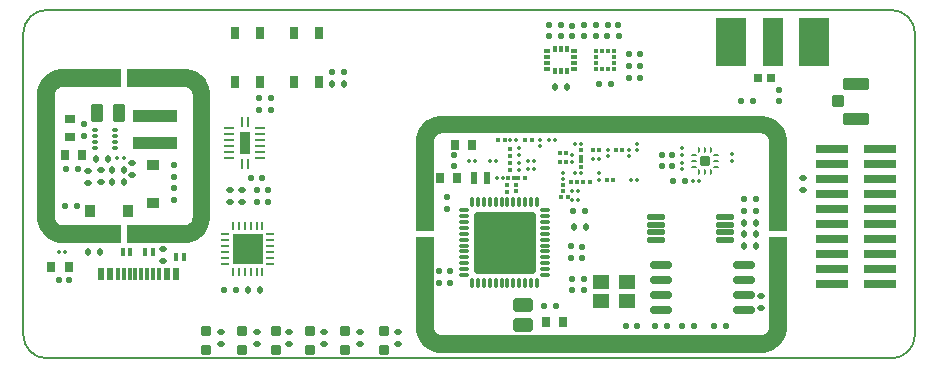
<source format=gtp>
G04*
G04 #@! TF.GenerationSoftware,Altium Limited,Altium Designer,23.0.1 (38)*
G04*
G04 Layer_Color=8421504*
%FSLAX25Y25*%
%MOIN*%
G70*
G04*
G04 #@! TF.SameCoordinates,19342238-8E0C-4B0D-84B5-E67248FCF62E*
G04*
G04*
G04 #@! TF.FilePolarity,Positive*
G04*
G01*
G75*
%ADD12C,0.00600*%
G04:AMPARAMS|DCode=19|XSize=39.37mil|YSize=41.34mil|CornerRadius=3.94mil|HoleSize=0mil|Usage=FLASHONLY|Rotation=270.000|XOffset=0mil|YOffset=0mil|HoleType=Round|Shape=RoundedRectangle|*
%AMROUNDEDRECTD19*
21,1,0.03937,0.03347,0,0,270.0*
21,1,0.03150,0.04134,0,0,270.0*
1,1,0.00787,-0.01673,-0.01575*
1,1,0.00787,-0.01673,0.01575*
1,1,0.00787,0.01673,0.01575*
1,1,0.00787,0.01673,-0.01575*
%
%ADD19ROUNDEDRECTD19*%
G04:AMPARAMS|DCode=20|XSize=41.34mil|YSize=86.61mil|CornerRadius=4.13mil|HoleSize=0mil|Usage=FLASHONLY|Rotation=270.000|XOffset=0mil|YOffset=0mil|HoleType=Round|Shape=RoundedRectangle|*
%AMROUNDEDRECTD20*
21,1,0.04134,0.07835,0,0,270.0*
21,1,0.03307,0.08661,0,0,270.0*
1,1,0.00827,-0.03917,-0.01654*
1,1,0.00827,-0.03917,0.01654*
1,1,0.00827,0.03917,0.01654*
1,1,0.00827,0.03917,-0.01654*
%
%ADD20ROUNDEDRECTD20*%
G04:AMPARAMS|DCode=21|XSize=21.62mil|YSize=17.69mil|CornerRadius=3.92mil|HoleSize=0mil|Usage=FLASHONLY|Rotation=90.000|XOffset=0mil|YOffset=0mil|HoleType=Round|Shape=RoundedRectangle|*
%AMROUNDEDRECTD21*
21,1,0.02162,0.00984,0,0,90.0*
21,1,0.01378,0.01769,0,0,90.0*
1,1,0.00784,0.00492,0.00689*
1,1,0.00784,0.00492,-0.00689*
1,1,0.00784,-0.00492,-0.00689*
1,1,0.00784,-0.00492,0.00689*
%
%ADD21ROUNDEDRECTD21*%
G04:AMPARAMS|DCode=22|XSize=11.81mil|YSize=15.75mil|CornerRadius=2.95mil|HoleSize=0mil|Usage=FLASHONLY|Rotation=90.000|XOffset=0mil|YOffset=0mil|HoleType=Round|Shape=RoundedRectangle|*
%AMROUNDEDRECTD22*
21,1,0.01181,0.00984,0,0,90.0*
21,1,0.00591,0.01575,0,0,90.0*
1,1,0.00591,0.00492,0.00295*
1,1,0.00591,0.00492,-0.00295*
1,1,0.00591,-0.00492,-0.00295*
1,1,0.00591,-0.00492,0.00295*
%
%ADD22ROUNDEDRECTD22*%
G04:AMPARAMS|DCode=23|XSize=21.62mil|YSize=17.69mil|CornerRadius=3.92mil|HoleSize=0mil|Usage=FLASHONLY|Rotation=0.000|XOffset=0mil|YOffset=0mil|HoleType=Round|Shape=RoundedRectangle|*
%AMROUNDEDRECTD23*
21,1,0.02162,0.00984,0,0,0.0*
21,1,0.01378,0.01769,0,0,0.0*
1,1,0.00784,0.00689,-0.00492*
1,1,0.00784,-0.00689,-0.00492*
1,1,0.00784,-0.00689,0.00492*
1,1,0.00784,0.00689,0.00492*
%
%ADD23ROUNDEDRECTD23*%
G04:AMPARAMS|DCode=24|XSize=11.81mil|YSize=15.75mil|CornerRadius=2.95mil|HoleSize=0mil|Usage=FLASHONLY|Rotation=180.000|XOffset=0mil|YOffset=0mil|HoleType=Round|Shape=RoundedRectangle|*
%AMROUNDEDRECTD24*
21,1,0.01181,0.00984,0,0,180.0*
21,1,0.00591,0.01575,0,0,180.0*
1,1,0.00591,-0.00295,0.00492*
1,1,0.00591,0.00295,0.00492*
1,1,0.00591,0.00295,-0.00492*
1,1,0.00591,-0.00295,-0.00492*
%
%ADD24ROUNDEDRECTD24*%
G04:AMPARAMS|DCode=25|XSize=11.81mil|YSize=13.78mil|CornerRadius=2.95mil|HoleSize=0mil|Usage=FLASHONLY|Rotation=180.000|XOffset=0mil|YOffset=0mil|HoleType=Round|Shape=RoundedRectangle|*
%AMROUNDEDRECTD25*
21,1,0.01181,0.00787,0,0,180.0*
21,1,0.00591,0.01378,0,0,180.0*
1,1,0.00591,-0.00295,0.00394*
1,1,0.00591,0.00295,0.00394*
1,1,0.00591,0.00295,-0.00394*
1,1,0.00591,-0.00295,-0.00394*
%
%ADD25ROUNDEDRECTD25*%
G04:AMPARAMS|DCode=26|XSize=23.62mil|YSize=17.72mil|CornerRadius=4.43mil|HoleSize=0mil|Usage=FLASHONLY|Rotation=90.000|XOffset=0mil|YOffset=0mil|HoleType=Round|Shape=RoundedRectangle|*
%AMROUNDEDRECTD26*
21,1,0.02362,0.00886,0,0,90.0*
21,1,0.01476,0.01772,0,0,90.0*
1,1,0.00886,0.00443,0.00738*
1,1,0.00886,0.00443,-0.00738*
1,1,0.00886,-0.00443,-0.00738*
1,1,0.00886,-0.00443,0.00738*
%
%ADD26ROUNDEDRECTD26*%
G04:AMPARAMS|DCode=27|XSize=18.7mil|YSize=11.81mil|CornerRadius=2.95mil|HoleSize=0mil|Usage=FLASHONLY|Rotation=180.000|XOffset=0mil|YOffset=0mil|HoleType=Round|Shape=RoundedRectangle|*
%AMROUNDEDRECTD27*
21,1,0.01870,0.00591,0,0,180.0*
21,1,0.01280,0.01181,0,0,180.0*
1,1,0.00591,-0.00640,0.00295*
1,1,0.00591,0.00640,0.00295*
1,1,0.00591,0.00640,-0.00295*
1,1,0.00591,-0.00640,-0.00295*
%
%ADD27ROUNDEDRECTD27*%
G04:AMPARAMS|DCode=28|XSize=23.62mil|YSize=17.72mil|CornerRadius=4.43mil|HoleSize=0mil|Usage=FLASHONLY|Rotation=0.000|XOffset=0mil|YOffset=0mil|HoleType=Round|Shape=RoundedRectangle|*
%AMROUNDEDRECTD28*
21,1,0.02362,0.00886,0,0,0.0*
21,1,0.01476,0.01772,0,0,0.0*
1,1,0.00886,0.00738,-0.00443*
1,1,0.00886,-0.00738,-0.00443*
1,1,0.00886,-0.00738,0.00443*
1,1,0.00886,0.00738,0.00443*
%
%ADD28ROUNDEDRECTD28*%
G04:AMPARAMS|DCode=29|XSize=32.68mil|YSize=27.56mil|CornerRadius=2.76mil|HoleSize=0mil|Usage=FLASHONLY|Rotation=0.000|XOffset=0mil|YOffset=0mil|HoleType=Round|Shape=RoundedRectangle|*
%AMROUNDEDRECTD29*
21,1,0.03268,0.02205,0,0,0.0*
21,1,0.02717,0.02756,0,0,0.0*
1,1,0.00551,0.01358,-0.01102*
1,1,0.00551,-0.01358,-0.01102*
1,1,0.00551,-0.01358,0.01102*
1,1,0.00551,0.01358,0.01102*
%
%ADD29ROUNDEDRECTD29*%
%ADD30R,0.14567X0.03858*%
G04:AMPARAMS|DCode=31|XSize=57.09mil|YSize=39.37mil|CornerRadius=3.94mil|HoleSize=0mil|Usage=FLASHONLY|Rotation=90.000|XOffset=0mil|YOffset=0mil|HoleType=Round|Shape=RoundedRectangle|*
%AMROUNDEDRECTD31*
21,1,0.05709,0.03150,0,0,90.0*
21,1,0.04921,0.03937,0,0,90.0*
1,1,0.00787,0.01575,0.02461*
1,1,0.00787,0.01575,-0.02461*
1,1,0.00787,-0.01575,-0.02461*
1,1,0.00787,-0.01575,0.02461*
%
%ADD31ROUNDEDRECTD31*%
G04:AMPARAMS|DCode=32|XSize=42.52mil|YSize=36.22mil|CornerRadius=9.06mil|HoleSize=0mil|Usage=FLASHONLY|Rotation=270.000|XOffset=0mil|YOffset=0mil|HoleType=Round|Shape=RoundedRectangle|*
%AMROUNDEDRECTD32*
21,1,0.04252,0.01811,0,0,270.0*
21,1,0.02441,0.03622,0,0,270.0*
1,1,0.01811,-0.00906,-0.01221*
1,1,0.01811,-0.00906,0.01221*
1,1,0.01811,0.00906,0.01221*
1,1,0.01811,0.00906,-0.01221*
%
%ADD32ROUNDEDRECTD32*%
G04:AMPARAMS|DCode=33|XSize=32.68mil|YSize=27.56mil|CornerRadius=2.76mil|HoleSize=0mil|Usage=FLASHONLY|Rotation=90.000|XOffset=0mil|YOffset=0mil|HoleType=Round|Shape=RoundedRectangle|*
%AMROUNDEDRECTD33*
21,1,0.03268,0.02205,0,0,90.0*
21,1,0.02717,0.02756,0,0,90.0*
1,1,0.00551,0.01102,0.01358*
1,1,0.00551,0.01102,-0.01358*
1,1,0.00551,-0.01102,-0.01358*
1,1,0.00551,-0.01102,0.01358*
%
%ADD33ROUNDEDRECTD33*%
G04:AMPARAMS|DCode=34|XSize=42.52mil|YSize=36.22mil|CornerRadius=9.06mil|HoleSize=0mil|Usage=FLASHONLY|Rotation=180.000|XOffset=0mil|YOffset=0mil|HoleType=Round|Shape=RoundedRectangle|*
%AMROUNDEDRECTD34*
21,1,0.04252,0.01811,0,0,180.0*
21,1,0.02441,0.03622,0,0,180.0*
1,1,0.01811,-0.01221,0.00906*
1,1,0.01811,0.01221,0.00906*
1,1,0.01811,0.01221,-0.00906*
1,1,0.01811,-0.01221,-0.00906*
%
%ADD34ROUNDEDRECTD34*%
G04:AMPARAMS|DCode=35|XSize=21.65mil|YSize=17.72mil|CornerRadius=4.43mil|HoleSize=0mil|Usage=FLASHONLY|Rotation=90.000|XOffset=0mil|YOffset=0mil|HoleType=Round|Shape=RoundedRectangle|*
%AMROUNDEDRECTD35*
21,1,0.02165,0.00886,0,0,90.0*
21,1,0.01280,0.01772,0,0,90.0*
1,1,0.00886,0.00443,0.00640*
1,1,0.00886,0.00443,-0.00640*
1,1,0.00886,-0.00443,-0.00640*
1,1,0.00886,-0.00443,0.00640*
%
%ADD35ROUNDEDRECTD35*%
G04:AMPARAMS|DCode=36|XSize=21.65mil|YSize=41.34mil|CornerRadius=1.08mil|HoleSize=0mil|Usage=FLASHONLY|Rotation=0.000|XOffset=0mil|YOffset=0mil|HoleType=Round|Shape=RoundedRectangle|*
%AMROUNDEDRECTD36*
21,1,0.02165,0.03917,0,0,0.0*
21,1,0.01949,0.04134,0,0,0.0*
1,1,0.00217,0.00974,-0.01959*
1,1,0.00217,-0.00974,-0.01959*
1,1,0.00217,-0.00974,0.01959*
1,1,0.00217,0.00974,0.01959*
%
%ADD36ROUNDEDRECTD36*%
G04:AMPARAMS|DCode=37|XSize=21.65mil|YSize=17.72mil|CornerRadius=4.43mil|HoleSize=0mil|Usage=FLASHONLY|Rotation=180.000|XOffset=0mil|YOffset=0mil|HoleType=Round|Shape=RoundedRectangle|*
%AMROUNDEDRECTD37*
21,1,0.02165,0.00886,0,0,180.0*
21,1,0.01280,0.01772,0,0,180.0*
1,1,0.00886,-0.00640,0.00443*
1,1,0.00886,0.00640,0.00443*
1,1,0.00886,0.00640,-0.00443*
1,1,0.00886,-0.00640,-0.00443*
%
%ADD37ROUNDEDRECTD37*%
G04:AMPARAMS|DCode=38|XSize=11.81mil|YSize=13.78mil|CornerRadius=2.95mil|HoleSize=0mil|Usage=FLASHONLY|Rotation=270.000|XOffset=0mil|YOffset=0mil|HoleType=Round|Shape=RoundedRectangle|*
%AMROUNDEDRECTD38*
21,1,0.01181,0.00787,0,0,270.0*
21,1,0.00591,0.01378,0,0,270.0*
1,1,0.00591,-0.00394,-0.00295*
1,1,0.00591,-0.00394,0.00295*
1,1,0.00591,0.00394,0.00295*
1,1,0.00591,0.00394,-0.00295*
%
%ADD38ROUNDEDRECTD38*%
G04:AMPARAMS|DCode=39|XSize=16.14mil|YSize=13.78mil|CornerRadius=3.45mil|HoleSize=0mil|Usage=FLASHONLY|Rotation=90.000|XOffset=0mil|YOffset=0mil|HoleType=Round|Shape=RoundedRectangle|*
%AMROUNDEDRECTD39*
21,1,0.01614,0.00689,0,0,90.0*
21,1,0.00925,0.01378,0,0,90.0*
1,1,0.00689,0.00345,0.00463*
1,1,0.00689,0.00345,-0.00463*
1,1,0.00689,-0.00345,-0.00463*
1,1,0.00689,-0.00345,0.00463*
%
%ADD39ROUNDEDRECTD39*%
G04:AMPARAMS|DCode=40|XSize=16.14mil|YSize=13.78mil|CornerRadius=3.45mil|HoleSize=0mil|Usage=FLASHONLY|Rotation=0.000|XOffset=0mil|YOffset=0mil|HoleType=Round|Shape=RoundedRectangle|*
%AMROUNDEDRECTD40*
21,1,0.01614,0.00689,0,0,0.0*
21,1,0.00925,0.01378,0,0,0.0*
1,1,0.00689,0.00463,-0.00345*
1,1,0.00689,-0.00463,-0.00345*
1,1,0.00689,-0.00463,0.00345*
1,1,0.00689,0.00463,0.00345*
%
%ADD40ROUNDEDRECTD40*%
G04:AMPARAMS|DCode=41|XSize=22.64mil|YSize=13.78mil|CornerRadius=1.38mil|HoleSize=0mil|Usage=FLASHONLY|Rotation=180.000|XOffset=0mil|YOffset=0mil|HoleType=Round|Shape=RoundedRectangle|*
%AMROUNDEDRECTD41*
21,1,0.02264,0.01102,0,0,180.0*
21,1,0.01988,0.01378,0,0,180.0*
1,1,0.00276,-0.00994,0.00551*
1,1,0.00276,0.00994,0.00551*
1,1,0.00276,0.00994,-0.00551*
1,1,0.00276,-0.00994,-0.00551*
%
%ADD41ROUNDEDRECTD41*%
G04:AMPARAMS|DCode=42|XSize=22.64mil|YSize=13.78mil|CornerRadius=1.38mil|HoleSize=0mil|Usage=FLASHONLY|Rotation=270.000|XOffset=0mil|YOffset=0mil|HoleType=Round|Shape=RoundedRectangle|*
%AMROUNDEDRECTD42*
21,1,0.02264,0.01102,0,0,270.0*
21,1,0.01988,0.01378,0,0,270.0*
1,1,0.00276,-0.00551,-0.00994*
1,1,0.00276,-0.00551,0.00994*
1,1,0.00276,0.00551,0.00994*
1,1,0.00276,0.00551,-0.00994*
%
%ADD42ROUNDEDRECTD42*%
%ADD43R,0.03543X0.07480*%
%ADD44R,0.00945X0.03543*%
%ADD45R,0.03543X0.00945*%
G04:AMPARAMS|DCode=46|XSize=70.28mil|YSize=25.59mil|CornerRadius=6.4mil|HoleSize=0mil|Usage=FLASHONLY|Rotation=180.000|XOffset=0mil|YOffset=0mil|HoleType=Round|Shape=RoundedRectangle|*
%AMROUNDEDRECTD46*
21,1,0.07028,0.01280,0,0,180.0*
21,1,0.05749,0.02559,0,0,180.0*
1,1,0.01280,-0.02874,0.00640*
1,1,0.01280,0.02874,0.00640*
1,1,0.01280,0.02874,-0.00640*
1,1,0.01280,-0.02874,-0.00640*
%
%ADD46ROUNDEDRECTD46*%
G04:AMPARAMS|DCode=47|XSize=58.07mil|YSize=17.72mil|CornerRadius=4.43mil|HoleSize=0mil|Usage=FLASHONLY|Rotation=0.000|XOffset=0mil|YOffset=0mil|HoleType=Round|Shape=RoundedRectangle|*
%AMROUNDEDRECTD47*
21,1,0.05807,0.00886,0,0,0.0*
21,1,0.04921,0.01772,0,0,0.0*
1,1,0.00886,0.02461,-0.00443*
1,1,0.00886,-0.02461,-0.00443*
1,1,0.00886,-0.02461,0.00443*
1,1,0.00886,0.02461,0.00443*
%
%ADD47ROUNDEDRECTD47*%
G04:AMPARAMS|DCode=48|XSize=29.13mil|YSize=109.84mil|CornerRadius=7.28mil|HoleSize=0mil|Usage=FLASHONLY|Rotation=270.000|XOffset=0mil|YOffset=0mil|HoleType=Round|Shape=RoundedRectangle|*
%AMROUNDEDRECTD48*
21,1,0.02913,0.09528,0,0,270.0*
21,1,0.01457,0.10984,0,0,270.0*
1,1,0.01457,-0.04764,-0.00728*
1,1,0.01457,-0.04764,0.00728*
1,1,0.01457,0.04764,0.00728*
1,1,0.01457,0.04764,-0.00728*
%
%ADD48ROUNDEDRECTD48*%
%ADD49O,0.00984X0.03150*%
%ADD50O,0.03150X0.00984*%
%ADD51R,0.10433X0.10433*%
G04:AMPARAMS|DCode=52|XSize=13.78mil|YSize=23.62mil|CornerRadius=1.38mil|HoleSize=0mil|Usage=FLASHONLY|Rotation=180.000|XOffset=0mil|YOffset=0mil|HoleType=Round|Shape=RoundedRectangle|*
%AMROUNDEDRECTD52*
21,1,0.01378,0.02087,0,0,180.0*
21,1,0.01102,0.02362,0,0,180.0*
1,1,0.00276,-0.00551,0.01043*
1,1,0.00276,0.00551,0.01043*
1,1,0.00276,0.00551,-0.01043*
1,1,0.00276,-0.00551,-0.01043*
%
%ADD52ROUNDEDRECTD52*%
G04:AMPARAMS|DCode=53|XSize=31.89mil|YSize=36.61mil|CornerRadius=4.78mil|HoleSize=0mil|Usage=FLASHONLY|Rotation=90.000|XOffset=0mil|YOffset=0mil|HoleType=Round|Shape=RoundedRectangle|*
%AMROUNDEDRECTD53*
21,1,0.03189,0.02705,0,0,90.0*
21,1,0.02232,0.03661,0,0,90.0*
1,1,0.00957,0.01352,0.01116*
1,1,0.00957,0.01352,-0.01116*
1,1,0.00957,-0.01352,-0.01116*
1,1,0.00957,-0.01352,0.01116*
%
%ADD53ROUNDEDRECTD53*%
%ADD54R,0.02362X0.04488*%
%ADD55R,0.01181X0.04488*%
G04:AMPARAMS|DCode=56|XSize=18.11mil|YSize=7.87mil|CornerRadius=3.15mil|HoleSize=0mil|Usage=FLASHONLY|Rotation=270.000|XOffset=0mil|YOffset=0mil|HoleType=Round|Shape=RoundedRectangle|*
%AMROUNDEDRECTD56*
21,1,0.01811,0.00158,0,0,270.0*
21,1,0.01181,0.00787,0,0,270.0*
1,1,0.00630,-0.00079,-0.00591*
1,1,0.00630,-0.00079,0.00591*
1,1,0.00630,0.00079,0.00591*
1,1,0.00630,0.00079,-0.00591*
%
%ADD56ROUNDEDRECTD56*%
G04:AMPARAMS|DCode=57|XSize=18.11mil|YSize=7.87mil|CornerRadius=3.15mil|HoleSize=0mil|Usage=FLASHONLY|Rotation=0.000|XOffset=0mil|YOffset=0mil|HoleType=Round|Shape=RoundedRectangle|*
%AMROUNDEDRECTD57*
21,1,0.01811,0.00158,0,0,0.0*
21,1,0.01181,0.00787,0,0,0.0*
1,1,0.00630,0.00591,-0.00079*
1,1,0.00630,-0.00591,-0.00079*
1,1,0.00630,-0.00591,0.00079*
1,1,0.00630,0.00591,0.00079*
%
%ADD57ROUNDEDRECTD57*%
G04:AMPARAMS|DCode=58|XSize=31.5mil|YSize=31.5mil|CornerRadius=3.15mil|HoleSize=0mil|Usage=FLASHONLY|Rotation=0.000|XOffset=0mil|YOffset=0mil|HoleType=Round|Shape=RoundedRectangle|*
%AMROUNDEDRECTD58*
21,1,0.03150,0.02520,0,0,0.0*
21,1,0.02520,0.03150,0,0,0.0*
1,1,0.00630,0.01260,-0.01260*
1,1,0.00630,-0.01260,-0.01260*
1,1,0.00630,-0.01260,0.01260*
1,1,0.00630,0.01260,0.01260*
%
%ADD58ROUNDEDRECTD58*%
G04:AMPARAMS|DCode=59|XSize=27.56mil|YSize=27.56mil|CornerRadius=2.76mil|HoleSize=0mil|Usage=FLASHONLY|Rotation=180.000|XOffset=0mil|YOffset=0mil|HoleType=Round|Shape=RoundedRectangle|*
%AMROUNDEDRECTD59*
21,1,0.02756,0.02205,0,0,180.0*
21,1,0.02205,0.02756,0,0,180.0*
1,1,0.00551,-0.01102,0.01102*
1,1,0.00551,0.01102,0.01102*
1,1,0.00551,0.01102,-0.01102*
1,1,0.00551,-0.01102,-0.01102*
%
%ADD59ROUNDEDRECTD59*%
G04:AMPARAMS|DCode=60|XSize=33.46mil|YSize=11.81mil|CornerRadius=2.95mil|HoleSize=0mil|Usage=FLASHONLY|Rotation=270.000|XOffset=0mil|YOffset=0mil|HoleType=Round|Shape=RoundedRectangle|*
%AMROUNDEDRECTD60*
21,1,0.03346,0.00591,0,0,270.0*
21,1,0.02756,0.01181,0,0,270.0*
1,1,0.00591,-0.00295,-0.01378*
1,1,0.00591,-0.00295,0.01378*
1,1,0.00591,0.00295,0.01378*
1,1,0.00591,0.00295,-0.01378*
%
%ADD60ROUNDEDRECTD60*%
G04:AMPARAMS|DCode=61|XSize=33.46mil|YSize=11.81mil|CornerRadius=2.95mil|HoleSize=0mil|Usage=FLASHONLY|Rotation=0.000|XOffset=0mil|YOffset=0mil|HoleType=Round|Shape=RoundedRectangle|*
%AMROUNDEDRECTD61*
21,1,0.03346,0.00591,0,0,0.0*
21,1,0.02756,0.01181,0,0,0.0*
1,1,0.00591,0.01378,-0.00295*
1,1,0.00591,-0.01378,-0.00295*
1,1,0.00591,-0.01378,0.00295*
1,1,0.00591,0.01378,0.00295*
%
%ADD61ROUNDEDRECTD61*%
G04:AMPARAMS|DCode=62|XSize=206.69mil|YSize=206.69mil|CornerRadius=10.34mil|HoleSize=0mil|Usage=FLASHONLY|Rotation=0.000|XOffset=0mil|YOffset=0mil|HoleType=Round|Shape=RoundedRectangle|*
%AMROUNDEDRECTD62*
21,1,0.20669,0.18602,0,0,0.0*
21,1,0.18602,0.20669,0,0,0.0*
1,1,0.02067,0.09301,-0.09301*
1,1,0.02067,-0.09301,-0.09301*
1,1,0.02067,-0.09301,0.09301*
1,1,0.02067,0.09301,0.09301*
%
%ADD62ROUNDEDRECTD62*%
G04:AMPARAMS|DCode=63|XSize=68.9mil|YSize=45.28mil|CornerRadius=11.32mil|HoleSize=0mil|Usage=FLASHONLY|Rotation=0.000|XOffset=0mil|YOffset=0mil|HoleType=Round|Shape=RoundedRectangle|*
%AMROUNDEDRECTD63*
21,1,0.06890,0.02264,0,0,0.0*
21,1,0.04626,0.04528,0,0,0.0*
1,1,0.02264,0.02313,-0.01132*
1,1,0.02264,-0.02313,-0.01132*
1,1,0.02264,-0.02313,0.01132*
1,1,0.02264,0.02313,0.01132*
%
%ADD63ROUNDEDRECTD63*%
G04:AMPARAMS|DCode=64|XSize=55.12mil|YSize=47.24mil|CornerRadius=2.36mil|HoleSize=0mil|Usage=FLASHONLY|Rotation=0.000|XOffset=0mil|YOffset=0mil|HoleType=Round|Shape=RoundedRectangle|*
%AMROUNDEDRECTD64*
21,1,0.05512,0.04252,0,0,0.0*
21,1,0.05039,0.04724,0,0,0.0*
1,1,0.00472,0.02520,-0.02126*
1,1,0.00472,-0.02520,-0.02126*
1,1,0.00472,-0.02520,0.02126*
1,1,0.00472,0.02520,0.02126*
%
%ADD64ROUNDEDRECTD64*%
G04:AMPARAMS|DCode=65|XSize=41.34mil|YSize=25.59mil|CornerRadius=2.56mil|HoleSize=0mil|Usage=FLASHONLY|Rotation=270.000|XOffset=0mil|YOffset=0mil|HoleType=Round|Shape=RoundedRectangle|*
%AMROUNDEDRECTD65*
21,1,0.04134,0.02047,0,0,270.0*
21,1,0.03622,0.02559,0,0,270.0*
1,1,0.00512,-0.01024,-0.01811*
1,1,0.00512,-0.01024,0.01811*
1,1,0.00512,0.01024,0.01811*
1,1,0.00512,0.01024,-0.01811*
%
%ADD65ROUNDEDRECTD65*%
%ADD66R,0.10492X0.16496*%
%ADD67R,0.07008X0.16496*%
G36*
X938632Y658647D02*
Y699198D01*
Y700051D01*
X938965Y701725D01*
X939618Y703301D01*
X940566Y704720D01*
X941772Y705926D01*
X943191Y706874D01*
X944767Y707527D01*
X946441Y707860D01*
X947294D01*
D01*
X966585D01*
Y701954D01*
X947294D01*
X947024Y701941D01*
X946494Y701836D01*
X945995Y701629D01*
X945545Y701329D01*
X945163Y700947D01*
X944863Y700497D01*
X944656Y699998D01*
X944551Y699469D01*
X944538Y699198D01*
D01*
Y658647D01*
X944551Y658377D01*
X944656Y657847D01*
X944863Y657348D01*
X945163Y656899D01*
X945545Y656517D01*
X945995Y656217D01*
X946494Y656010D01*
X947024Y655905D01*
X947294Y655891D01*
D01*
X966585D01*
Y649986D01*
X947294D01*
X946441D01*
X944767Y650319D01*
X943191Y650972D01*
X941772Y651920D01*
X940566Y653126D01*
X939618Y654544D01*
X938965Y656121D01*
X938632Y657794D01*
Y658647D01*
D01*
D02*
G37*
G36*
X996506D02*
Y699198D01*
Y700051D01*
X996173Y701725D01*
X995520Y703301D01*
X994573Y704720D01*
X993366Y705926D01*
X991948Y706874D01*
X990371Y707527D01*
X988698Y707860D01*
X987845D01*
D01*
X968554D01*
Y701954D01*
X987845D01*
X988115Y701941D01*
X988645Y701836D01*
X989144Y701629D01*
X989593Y701329D01*
X989975Y700947D01*
X990275Y700497D01*
X990482Y699998D01*
X990588Y699469D01*
X990601Y699198D01*
D01*
Y658647D01*
X990588Y658377D01*
X990482Y657847D01*
X990275Y657348D01*
X989975Y656899D01*
X989593Y656517D01*
X989144Y656217D01*
X988645Y656010D01*
X988115Y655905D01*
X987845Y655891D01*
D01*
X968554D01*
Y649986D01*
X987845D01*
X988698D01*
X990371Y650319D01*
X991948Y650972D01*
X993366Y651920D01*
X994573Y653126D01*
X995520Y654544D01*
X996173Y656121D01*
X996506Y657794D01*
Y658647D01*
D01*
D02*
G37*
G36*
X1188632Y651757D02*
Y621836D01*
Y620983D01*
X1188299Y619310D01*
X1187646Y617733D01*
X1186699Y616315D01*
X1185492Y615108D01*
X1184074Y614161D01*
X1182497Y613508D01*
X1180824Y613175D01*
X1179971D01*
D01*
X1073672D01*
X1072819D01*
X1071145Y613508D01*
X1069569Y614161D01*
X1068150Y615108D01*
X1066944Y616315D01*
X1065996Y617733D01*
X1065343Y619310D01*
X1065010Y620983D01*
Y621836D01*
D01*
Y651757D01*
X1070916D01*
Y621836D01*
X1070929Y621566D01*
X1071034Y621036D01*
X1071241Y620537D01*
X1071541Y620088D01*
X1071923Y619706D01*
X1072373Y619406D01*
X1072872Y619199D01*
X1073402Y619094D01*
X1073672Y619080D01*
D01*
X1179971D01*
X1180241Y619094D01*
X1180771Y619199D01*
X1181270Y619406D01*
X1181719Y619706D01*
X1182101Y620088D01*
X1182401Y620537D01*
X1182608Y621036D01*
X1182714Y621566D01*
X1182727Y621836D01*
D01*
Y651757D01*
X1188632D01*
D02*
G37*
G36*
Y653726D02*
Y683647D01*
Y684500D01*
X1188299Y686174D01*
X1187646Y687750D01*
X1186699Y689169D01*
X1185492Y690375D01*
X1184074Y691323D01*
X1182497Y691976D01*
X1180824Y692309D01*
X1179971D01*
D01*
X1073672D01*
X1072819D01*
X1071145Y691976D01*
X1069569Y691323D01*
X1068150Y690375D01*
X1066944Y689169D01*
X1065996Y687750D01*
X1065343Y686174D01*
X1065010Y684500D01*
Y683647D01*
D01*
Y653726D01*
X1070916D01*
Y683647D01*
X1070929Y683917D01*
X1071034Y684447D01*
X1071241Y684946D01*
X1071541Y685396D01*
X1071923Y685778D01*
X1072373Y686078D01*
X1072872Y686284D01*
X1073402Y686390D01*
X1073672Y686403D01*
D01*
X1179971D01*
X1180241Y686390D01*
X1180771Y686284D01*
X1181270Y686078D01*
X1181719Y685778D01*
X1182101Y685396D01*
X1182401Y684946D01*
X1182608Y684447D01*
X1182714Y683917D01*
X1182727Y683647D01*
D01*
Y653726D01*
X1188632D01*
D02*
G37*
D12*
X1223475Y611403D02*
G03*
X1231349Y619277I0J7874D01*
G01*
Y719671D02*
G03*
X1223475Y727545I-7874J0D01*
G01*
X941979D02*
G03*
X934105Y719671I0J-7874D01*
G01*
Y619277D02*
G03*
X941979Y611403I7874J0D01*
G01*
X1231349Y619277D02*
Y719671D01*
X941979Y727545D02*
X1223475D01*
X941979Y611403D02*
X1223475D01*
X934105Y619277D02*
Y719671D01*
D19*
X1205758Y697033D02*
D03*
D20*
X1211762Y702840D02*
D03*
Y691226D02*
D03*
D21*
X1173278Y697033D02*
D03*
X1177215D02*
D03*
X1132628Y718686D02*
D03*
X1128691D02*
D03*
X1113239Y718687D02*
D03*
X1109302D02*
D03*
X1135876Y712781D02*
D03*
X1139813D02*
D03*
X1174262Y660616D02*
D03*
X1178199D02*
D03*
X1144735Y622230D02*
D03*
X1148672D02*
D03*
X1037057Y706876D02*
D03*
X1040994D02*
D03*
X1117490Y660575D02*
D03*
X1121427D02*
D03*
X1154577Y670458D02*
D03*
X1150640D02*
D03*
X1076520Y640476D02*
D03*
X1072583D02*
D03*
X1107679Y628859D02*
D03*
X1111616D02*
D03*
X1157530Y622230D02*
D03*
X1153593D02*
D03*
X1011861Y667506D02*
D03*
X1015798D02*
D03*
X1011861Y663568D02*
D03*
X1015798D02*
D03*
X948312Y674591D02*
D03*
X952249D02*
D03*
X1016782Y694080D02*
D03*
X1012845D02*
D03*
X951906Y662345D02*
D03*
X947969D02*
D03*
X1129932Y702939D02*
D03*
X1125994D02*
D03*
X1012845Y698017D02*
D03*
X1016782D02*
D03*
X1164420Y622230D02*
D03*
X1168357D02*
D03*
X1138829D02*
D03*
X1134892D02*
D03*
X1174262Y664553D02*
D03*
X1178199D02*
D03*
X1004971Y634041D02*
D03*
X1001034D02*
D03*
X1009892Y671443D02*
D03*
X1013829D02*
D03*
X1113239Y722624D02*
D03*
X1109302D02*
D03*
X1076518Y636562D02*
D03*
X1072581D02*
D03*
D22*
X1095193Y669193D02*
D03*
Y666988D02*
D03*
X1098371Y669227D02*
D03*
Y667022D02*
D03*
X1096388Y676482D02*
D03*
Y674277D02*
D03*
Y681219D02*
D03*
Y679014D02*
D03*
X1120121Y680843D02*
D03*
Y678639D02*
D03*
Y677275D02*
D03*
Y675070D02*
D03*
X1113975Y669282D02*
D03*
Y667077D02*
D03*
D23*
X1121113Y722624D02*
D03*
Y718687D02*
D03*
X1135876Y708844D02*
D03*
Y704907D02*
D03*
X1125050Y722624D02*
D03*
Y718687D02*
D03*
X1117176Y637978D02*
D03*
Y634041D02*
D03*
X1120390Y648663D02*
D03*
Y644726D02*
D03*
X1116571Y648847D02*
D03*
Y644910D02*
D03*
X1075509Y661337D02*
D03*
Y665274D02*
D03*
X1186073Y697033D02*
D03*
Y700970D02*
D03*
X984382Y664121D02*
D03*
Y668058D02*
D03*
X954387Y689428D02*
D03*
Y685491D02*
D03*
X984382Y671995D02*
D03*
Y675932D02*
D03*
X1139813Y704907D02*
D03*
Y708844D02*
D03*
X1121113Y634041D02*
D03*
Y637978D02*
D03*
D24*
X1092517Y684238D02*
D03*
X1094722D02*
D03*
X1103580D02*
D03*
X1101376D02*
D03*
X1095588Y671443D02*
D03*
X1097793D02*
D03*
X1099157D02*
D03*
X1101361D02*
D03*
X1126144Y680909D02*
D03*
X1123940D02*
D03*
X1115133Y679925D02*
D03*
X1112928D02*
D03*
X1133834Y680909D02*
D03*
X1131629D02*
D03*
X1115133Y676972D02*
D03*
X1112928D02*
D03*
X1118830Y670148D02*
D03*
X1116625D02*
D03*
X1130759Y671014D02*
D03*
X1128555D02*
D03*
X1122885Y670148D02*
D03*
X1120681D02*
D03*
X1113365Y665052D02*
D03*
X1115569D02*
D03*
D25*
X1091644Y677348D02*
D03*
X1089557D02*
D03*
X1082668D02*
D03*
X1084754D02*
D03*
X965483Y678054D02*
D03*
X967569D02*
D03*
X945916Y646836D02*
D03*
X948002D02*
D03*
X1091898Y671411D02*
D03*
X1093985D02*
D03*
X1098357Y684238D02*
D03*
X1096270D02*
D03*
X1111329Y684238D02*
D03*
X1109243D02*
D03*
X1104380Y677348D02*
D03*
X1102294D02*
D03*
X1104380Y674395D02*
D03*
X1102294D02*
D03*
X1123999Y677957D02*
D03*
X1126085D02*
D03*
X1117046Y664124D02*
D03*
X1119133D02*
D03*
X1119014Y667195D02*
D03*
X1116928D02*
D03*
X1138818Y671014D02*
D03*
X1136731D02*
D03*
X1157412Y670458D02*
D03*
X1159498D02*
D03*
X1120121Y673035D02*
D03*
X1118034D02*
D03*
X1120121Y682878D02*
D03*
X1118034D02*
D03*
D26*
X958436Y677731D02*
D03*
X962436D02*
D03*
X963580Y670188D02*
D03*
X967580D02*
D03*
X963659Y674250D02*
D03*
X967659D02*
D03*
X955727Y646836D02*
D03*
X959727D02*
D03*
X1111207Y701954D02*
D03*
X1115207D02*
D03*
X1178262Y656679D02*
D03*
X1174262D02*
D03*
X1178262Y652742D02*
D03*
X1174262D02*
D03*
X1178199Y648805D02*
D03*
X1174199D02*
D03*
X1008876Y634041D02*
D03*
X1012876D02*
D03*
X1117623Y655212D02*
D03*
X1121623D02*
D03*
X1041057Y702939D02*
D03*
X1037057D02*
D03*
D27*
X964631Y681509D02*
D03*
Y683477D02*
D03*
Y685446D02*
D03*
Y687415D02*
D03*
X958033D02*
D03*
Y685446D02*
D03*
Y683477D02*
D03*
Y681509D02*
D03*
D28*
X970522Y672395D02*
D03*
Y676395D02*
D03*
X955761Y669977D02*
D03*
Y673977D02*
D03*
X960058Y670049D02*
D03*
Y674049D02*
D03*
X980734Y647775D02*
D03*
Y643775D02*
D03*
X1180168Y632104D02*
D03*
Y628104D02*
D03*
X1193947Y671474D02*
D03*
Y667474D02*
D03*
X1006939Y663537D02*
D03*
Y667537D02*
D03*
X1003002D02*
D03*
Y663537D02*
D03*
X1000050Y620293D02*
D03*
Y616293D02*
D03*
X1011861Y620293D02*
D03*
Y616293D02*
D03*
X1022687Y620261D02*
D03*
Y616261D02*
D03*
X1059105Y620293D02*
D03*
Y616293D02*
D03*
X1046309D02*
D03*
Y620293D02*
D03*
X1034498D02*
D03*
Y616293D02*
D03*
D29*
X949748Y691254D02*
D03*
Y685348D02*
D03*
D30*
X977893Y683018D02*
D03*
Y692348D02*
D03*
D31*
X958728Y693328D02*
D03*
X966128D02*
D03*
D32*
X956349Y660616D02*
D03*
X968947D02*
D03*
D33*
X947884Y679317D02*
D03*
X953790D02*
D03*
X943382Y641902D02*
D03*
X949288D02*
D03*
X1072884Y671443D02*
D03*
X1078790D02*
D03*
X1083766Y682604D02*
D03*
X1077861D02*
D03*
X1114123Y623655D02*
D03*
X1108217D02*
D03*
D34*
X977308Y675946D02*
D03*
Y663348D02*
D03*
D35*
X946002Y637499D02*
D03*
X949349D02*
D03*
X1132333Y722624D02*
D03*
X1128987D02*
D03*
X1150345Y679316D02*
D03*
X1146998D02*
D03*
X1150345Y675379D02*
D03*
X1146998D02*
D03*
D36*
X1088829Y671443D02*
D03*
X1084498D02*
D03*
D37*
X1077805Y675675D02*
D03*
Y679022D02*
D03*
X1117176Y718982D02*
D03*
Y722328D02*
D03*
D38*
X1106231Y684238D02*
D03*
Y682151D02*
D03*
X1099341Y681403D02*
D03*
Y679317D02*
D03*
Y676364D02*
D03*
Y674277D02*
D03*
X1125904Y673042D02*
D03*
Y670955D02*
D03*
X1113975Y673219D02*
D03*
Y671132D02*
D03*
X1170325Y679435D02*
D03*
Y677348D02*
D03*
X1138821Y682996D02*
D03*
Y680909D02*
D03*
X1117168Y676972D02*
D03*
Y679059D02*
D03*
X1135869Y678823D02*
D03*
Y680909D02*
D03*
X1128979D02*
D03*
Y678823D02*
D03*
X1153593Y676482D02*
D03*
Y674395D02*
D03*
Y679317D02*
D03*
Y681403D02*
D03*
D39*
X1128947Y707821D02*
D03*
X1126979D02*
D03*
X1128947Y713805D02*
D03*
X1126979D02*
D03*
D40*
X1130955Y707860D02*
D03*
Y709828D02*
D03*
Y711797D02*
D03*
Y713765D02*
D03*
X1124971Y707860D02*
D03*
Y709828D02*
D03*
Y711797D02*
D03*
Y713765D02*
D03*
D41*
X1117817Y707860D02*
D03*
Y709828D02*
D03*
Y711797D02*
D03*
Y713765D02*
D03*
X1108660D02*
D03*
Y711797D02*
D03*
Y709828D02*
D03*
Y707860D02*
D03*
D42*
X1115207Y714403D02*
D03*
X1113239D02*
D03*
X1111270D02*
D03*
Y707222D02*
D03*
X1113239D02*
D03*
X1115207D02*
D03*
D43*
X1007924Y683253D02*
D03*
D44*
X1008908Y690340D02*
D03*
Y676167D02*
D03*
X1006939D02*
D03*
Y690340D02*
D03*
D45*
X1013042Y688175D02*
D03*
Y686206D02*
D03*
Y684238D02*
D03*
Y682269D02*
D03*
Y680301D02*
D03*
Y678332D02*
D03*
X1002806D02*
D03*
Y680301D02*
D03*
Y682269D02*
D03*
Y684238D02*
D03*
Y686206D02*
D03*
Y688175D02*
D03*
D46*
X1174389Y627525D02*
D03*
Y632525D02*
D03*
Y637525D02*
D03*
Y642525D02*
D03*
X1146577D02*
D03*
Y637525D02*
D03*
Y632525D02*
D03*
Y627525D02*
D03*
D47*
X1144979Y658549D02*
D03*
Y655990D02*
D03*
Y653431D02*
D03*
Y650872D02*
D03*
X1168113D02*
D03*
Y653431D02*
D03*
Y655990D02*
D03*
Y658549D02*
D03*
D48*
X1219676Y636147D02*
D03*
X1203652D02*
D03*
X1219676Y641147D02*
D03*
X1203652D02*
D03*
X1219676Y646147D02*
D03*
X1203652D02*
D03*
X1219676Y651147D02*
D03*
X1203652D02*
D03*
X1219676Y656147D02*
D03*
X1203652D02*
D03*
X1219676Y661147D02*
D03*
X1203652D02*
D03*
X1219676Y666147D02*
D03*
X1203652D02*
D03*
X1219676Y671147D02*
D03*
X1203652D02*
D03*
X1219676Y676147D02*
D03*
X1203652D02*
D03*
X1219676Y681147D02*
D03*
X1203652D02*
D03*
D49*
X1013829Y655399D02*
D03*
X1011861D02*
D03*
X1009892D02*
D03*
X1007924D02*
D03*
X1005955D02*
D03*
X1003987D02*
D03*
Y640242D02*
D03*
X1005955D02*
D03*
X1007924D02*
D03*
X1009892D02*
D03*
X1011861D02*
D03*
X1013829D02*
D03*
D50*
X1001329Y652742D02*
D03*
Y650773D02*
D03*
Y648805D02*
D03*
Y646836D02*
D03*
Y644868D02*
D03*
Y642899D02*
D03*
X1016487D02*
D03*
Y644868D02*
D03*
Y646836D02*
D03*
Y648805D02*
D03*
Y650773D02*
D03*
Y652742D02*
D03*
D51*
X1008908Y647821D02*
D03*
D52*
X974853Y646836D02*
D03*
X977412D02*
D03*
X969833D02*
D03*
X967274D02*
D03*
X985063Y645114D02*
D03*
X987622D02*
D03*
D53*
X1006939Y620498D02*
D03*
Y614120D02*
D03*
X995128Y620498D02*
D03*
Y614120D02*
D03*
X1018229Y620498D02*
D03*
Y614120D02*
D03*
X1054273Y620498D02*
D03*
Y614120D02*
D03*
X1041388Y620498D02*
D03*
Y614120D02*
D03*
X1029577Y620498D02*
D03*
Y614120D02*
D03*
D54*
X985089Y639376D02*
D03*
X981939D02*
D03*
X963042D02*
D03*
X959892D02*
D03*
D55*
X965601D02*
D03*
X979380D02*
D03*
X967569D02*
D03*
X977412D02*
D03*
X969538D02*
D03*
X975443D02*
D03*
X971506D02*
D03*
X973475D02*
D03*
D56*
X1163435Y680852D02*
D03*
X1161467D02*
D03*
X1159498D02*
D03*
Y673529D02*
D03*
X1161467D02*
D03*
X1163435D02*
D03*
D57*
X1157806Y679159D02*
D03*
Y677191D02*
D03*
Y675222D02*
D03*
X1165128D02*
D03*
Y677191D02*
D03*
Y679159D02*
D03*
D58*
X1161467Y677191D02*
D03*
D59*
X1183506Y704948D02*
D03*
X1179176D02*
D03*
D60*
X1105365Y663568D02*
D03*
X1103396D02*
D03*
X1101427D02*
D03*
X1099459D02*
D03*
X1097491D02*
D03*
X1095522D02*
D03*
X1093554D02*
D03*
X1091584D02*
D03*
X1089616D02*
D03*
X1087648D02*
D03*
X1085680D02*
D03*
X1083710D02*
D03*
Y636403D02*
D03*
X1085680D02*
D03*
X1087648D02*
D03*
X1089616D02*
D03*
X1091584D02*
D03*
X1093554D02*
D03*
X1095522D02*
D03*
X1097491D02*
D03*
X1099459D02*
D03*
X1101427D02*
D03*
X1103396D02*
D03*
X1105365D02*
D03*
D61*
X1080955Y660813D02*
D03*
Y658844D02*
D03*
Y656876D02*
D03*
Y654907D02*
D03*
Y652939D02*
D03*
Y650970D02*
D03*
Y649002D02*
D03*
Y647032D02*
D03*
Y645064D02*
D03*
Y643095D02*
D03*
Y641127D02*
D03*
Y639158D02*
D03*
X1108121D02*
D03*
Y641127D02*
D03*
Y643095D02*
D03*
Y645064D02*
D03*
Y647032D02*
D03*
Y649002D02*
D03*
Y650970D02*
D03*
Y652939D02*
D03*
Y654907D02*
D03*
Y656876D02*
D03*
Y658844D02*
D03*
Y660813D02*
D03*
D62*
X1094538Y649986D02*
D03*
D63*
X1100789Y622560D02*
D03*
Y629252D02*
D03*
D64*
X1126600Y636862D02*
D03*
Y630562D02*
D03*
X1135261D02*
D03*
Y636862D02*
D03*
D65*
X1032825Y719966D02*
D03*
Y703628D02*
D03*
X1024361Y719966D02*
D03*
Y703628D02*
D03*
X1004676D02*
D03*
Y719966D02*
D03*
X1013140Y703628D02*
D03*
Y719966D02*
D03*
D66*
X1197642Y716886D02*
D03*
X1170142D02*
D03*
D67*
X1183892D02*
D03*
M02*

</source>
